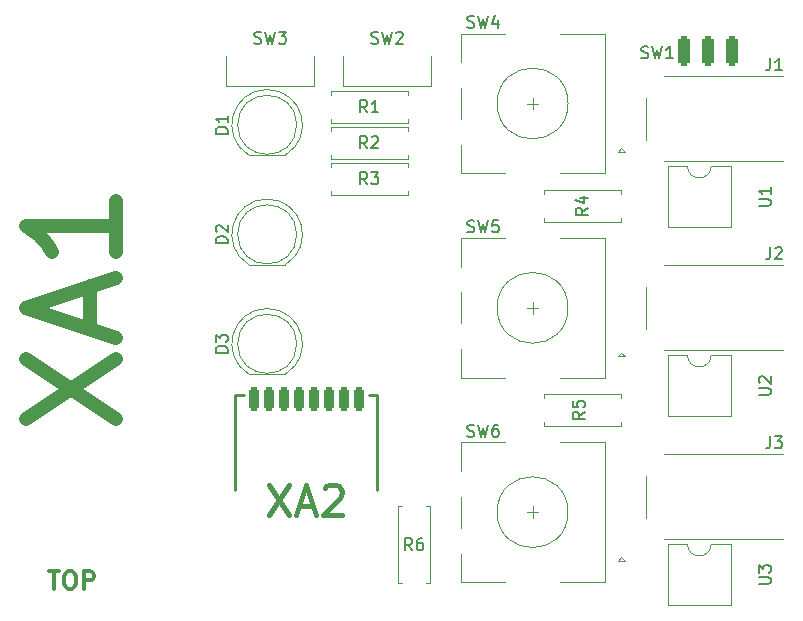
<source format=gto>
G04 #@! TF.GenerationSoftware,KiCad,Pcbnew,(6.0.7)*
G04 #@! TF.CreationDate,2023-02-19T14:25:41-04:00*
G04 #@! TF.ProjectId,Twitch Switch Base,54776974-6368-4205-9377-697463682042,rev?*
G04 #@! TF.SameCoordinates,Original*
G04 #@! TF.FileFunction,Legend,Top*
G04 #@! TF.FilePolarity,Positive*
%FSLAX46Y46*%
G04 Gerber Fmt 4.6, Leading zero omitted, Abs format (unit mm)*
G04 Created by KiCad (PCBNEW (6.0.7)) date 2023-02-19 14:25:41*
%MOMM*%
%LPD*%
G01*
G04 APERTURE LIST*
G04 Aperture macros list*
%AMRoundRect*
0 Rectangle with rounded corners*
0 $1 Rounding radius*
0 $2 $3 $4 $5 $6 $7 $8 $9 X,Y pos of 4 corners*
0 Add a 4 corners polygon primitive as box body*
4,1,4,$2,$3,$4,$5,$6,$7,$8,$9,$2,$3,0*
0 Add four circle primitives for the rounded corners*
1,1,$1+$1,$2,$3*
1,1,$1+$1,$4,$5*
1,1,$1+$1,$6,$7*
1,1,$1+$1,$8,$9*
0 Add four rect primitives between the rounded corners*
20,1,$1+$1,$2,$3,$4,$5,0*
20,1,$1+$1,$4,$5,$6,$7,0*
20,1,$1+$1,$6,$7,$8,$9,0*
20,1,$1+$1,$8,$9,$2,$3,0*%
G04 Aperture macros list end*
%ADD10C,0.300000*%
%ADD11C,0.150000*%
%ADD12C,0.381000*%
%ADD13C,1.143000*%
%ADD14C,0.120000*%
%ADD15C,0.254000*%
%ADD16R,2.000000X2.000000*%
%ADD17C,2.000000*%
%ADD18R,3.800000X2.800000*%
%ADD19C,1.600000*%
%ADD20O,1.600000X1.600000*%
%ADD21C,2.300000*%
%ADD22R,1.600000X1.600000*%
%ADD23RoundRect,0.250000X-0.250000X1.000000X-0.250000X-1.000000X0.250000X-1.000000X0.250000X1.000000X0*%
%ADD24R,1.800000X1.800000*%
%ADD25C,1.800000*%
%ADD26RoundRect,0.225000X0.225000X0.775000X-0.225000X0.775000X-0.225000X-0.775000X0.225000X-0.775000X0*%
%ADD27R,1.000000X1.000000*%
%ADD28O,2.000000X1.500000*%
%ADD29C,2.530000*%
%ADD30C,1.524000*%
%ADD31C,3.810000*%
G04 APERTURE END LIST*
D10*
X124781714Y-123892571D02*
X125638857Y-123892571D01*
X125210285Y-125392571D02*
X125210285Y-123892571D01*
X126424571Y-123892571D02*
X126710285Y-123892571D01*
X126853142Y-123964000D01*
X126996000Y-124106857D01*
X127067428Y-124392571D01*
X127067428Y-124892571D01*
X126996000Y-125178285D01*
X126853142Y-125321142D01*
X126710285Y-125392571D01*
X126424571Y-125392571D01*
X126281714Y-125321142D01*
X126138857Y-125178285D01*
X126067428Y-124892571D01*
X126067428Y-124392571D01*
X126138857Y-124106857D01*
X126281714Y-123964000D01*
X126424571Y-123892571D01*
X127710285Y-125392571D02*
X127710285Y-123892571D01*
X128281714Y-123892571D01*
X128424571Y-123964000D01*
X128496000Y-124035428D01*
X128567428Y-124178285D01*
X128567428Y-124392571D01*
X128496000Y-124535428D01*
X128424571Y-124606857D01*
X128281714Y-124678285D01*
X127710285Y-124678285D01*
D11*
X160210666Y-77828761D02*
X160353523Y-77876380D01*
X160591619Y-77876380D01*
X160686857Y-77828761D01*
X160734476Y-77781142D01*
X160782095Y-77685904D01*
X160782095Y-77590666D01*
X160734476Y-77495428D01*
X160686857Y-77447809D01*
X160591619Y-77400190D01*
X160401142Y-77352571D01*
X160305904Y-77304952D01*
X160258285Y-77257333D01*
X160210666Y-77162095D01*
X160210666Y-77066857D01*
X160258285Y-76971619D01*
X160305904Y-76924000D01*
X160401142Y-76876380D01*
X160639238Y-76876380D01*
X160782095Y-76924000D01*
X161115428Y-76876380D02*
X161353523Y-77876380D01*
X161544000Y-77162095D01*
X161734476Y-77876380D01*
X161972571Y-76876380D01*
X162782095Y-77209714D02*
X162782095Y-77876380D01*
X162544000Y-76828761D02*
X162305904Y-77543047D01*
X162924952Y-77543047D01*
X170124380Y-110402666D02*
X169648190Y-110736000D01*
X170124380Y-110974095D02*
X169124380Y-110974095D01*
X169124380Y-110593142D01*
X169172000Y-110497904D01*
X169219619Y-110450285D01*
X169314857Y-110402666D01*
X169457714Y-110402666D01*
X169552952Y-110450285D01*
X169600571Y-110497904D01*
X169648190Y-110593142D01*
X169648190Y-110974095D01*
X169124380Y-109497904D02*
X169124380Y-109974095D01*
X169600571Y-110021714D01*
X169552952Y-109974095D01*
X169505333Y-109878857D01*
X169505333Y-109640761D01*
X169552952Y-109545523D01*
X169600571Y-109497904D01*
X169695809Y-109450285D01*
X169933904Y-109450285D01*
X170029142Y-109497904D01*
X170076761Y-109545523D01*
X170124380Y-109640761D01*
X170124380Y-109878857D01*
X170076761Y-109974095D01*
X170029142Y-110021714D01*
X152082666Y-79184761D02*
X152225523Y-79232380D01*
X152463619Y-79232380D01*
X152558857Y-79184761D01*
X152606476Y-79137142D01*
X152654095Y-79041904D01*
X152654095Y-78946666D01*
X152606476Y-78851428D01*
X152558857Y-78803809D01*
X152463619Y-78756190D01*
X152273142Y-78708571D01*
X152177904Y-78660952D01*
X152130285Y-78613333D01*
X152082666Y-78518095D01*
X152082666Y-78422857D01*
X152130285Y-78327619D01*
X152177904Y-78280000D01*
X152273142Y-78232380D01*
X152511238Y-78232380D01*
X152654095Y-78280000D01*
X152987428Y-78232380D02*
X153225523Y-79232380D01*
X153416000Y-78518095D01*
X153606476Y-79232380D01*
X153844571Y-78232380D01*
X154177904Y-78327619D02*
X154225523Y-78280000D01*
X154320761Y-78232380D01*
X154558857Y-78232380D01*
X154654095Y-78280000D01*
X154701714Y-78327619D01*
X154749333Y-78422857D01*
X154749333Y-78518095D01*
X154701714Y-78660952D01*
X154130285Y-79232380D01*
X154749333Y-79232380D01*
X184872380Y-124962904D02*
X185681904Y-124962904D01*
X185777142Y-124915285D01*
X185824761Y-124867666D01*
X185872380Y-124772428D01*
X185872380Y-124581952D01*
X185824761Y-124486714D01*
X185777142Y-124439095D01*
X185681904Y-124391476D01*
X184872380Y-124391476D01*
X184872380Y-124010523D02*
X184872380Y-123391476D01*
X185253333Y-123724809D01*
X185253333Y-123581952D01*
X185300952Y-123486714D01*
X185348571Y-123439095D01*
X185443809Y-123391476D01*
X185681904Y-123391476D01*
X185777142Y-123439095D01*
X185824761Y-123486714D01*
X185872380Y-123581952D01*
X185872380Y-123867666D01*
X185824761Y-123962904D01*
X185777142Y-124010523D01*
X174942666Y-80414761D02*
X175085523Y-80462380D01*
X175323619Y-80462380D01*
X175418857Y-80414761D01*
X175466476Y-80367142D01*
X175514095Y-80271904D01*
X175514095Y-80176666D01*
X175466476Y-80081428D01*
X175418857Y-80033809D01*
X175323619Y-79986190D01*
X175133142Y-79938571D01*
X175037904Y-79890952D01*
X174990285Y-79843333D01*
X174942666Y-79748095D01*
X174942666Y-79652857D01*
X174990285Y-79557619D01*
X175037904Y-79510000D01*
X175133142Y-79462380D01*
X175371238Y-79462380D01*
X175514095Y-79510000D01*
X175847428Y-79462380D02*
X176085523Y-80462380D01*
X176276000Y-79748095D01*
X176466476Y-80462380D01*
X176704571Y-79462380D01*
X177609333Y-80462380D02*
X177037904Y-80462380D01*
X177323619Y-80462380D02*
X177323619Y-79462380D01*
X177228380Y-79605238D01*
X177133142Y-79700476D01*
X177037904Y-79748095D01*
X139898380Y-86844095D02*
X138898380Y-86844095D01*
X138898380Y-86606000D01*
X138946000Y-86463142D01*
X139041238Y-86367904D01*
X139136476Y-86320285D01*
X139326952Y-86272666D01*
X139469809Y-86272666D01*
X139660285Y-86320285D01*
X139755523Y-86367904D01*
X139850761Y-86463142D01*
X139898380Y-86606000D01*
X139898380Y-86844095D01*
X139898380Y-85320285D02*
X139898380Y-85891714D01*
X139898380Y-85606000D02*
X138898380Y-85606000D01*
X139041238Y-85701238D01*
X139136476Y-85796476D01*
X139184095Y-85891714D01*
D12*
X143413238Y-116592047D02*
X145106571Y-119132047D01*
X145106571Y-116592047D02*
X143413238Y-119132047D01*
X145953238Y-118406333D02*
X147162761Y-118406333D01*
X145711333Y-119132047D02*
X146558000Y-116592047D01*
X147404666Y-119132047D01*
X148130380Y-116833952D02*
X148251333Y-116713000D01*
X148493238Y-116592047D01*
X149098000Y-116592047D01*
X149339904Y-116713000D01*
X149460857Y-116833952D01*
X149581809Y-117075857D01*
X149581809Y-117317761D01*
X149460857Y-117680619D01*
X148009428Y-119132047D01*
X149581809Y-119132047D01*
D11*
X185848666Y-112482380D02*
X185848666Y-113196666D01*
X185801047Y-113339523D01*
X185705809Y-113434761D01*
X185562952Y-113482380D01*
X185467714Y-113482380D01*
X186229619Y-112482380D02*
X186848666Y-112482380D01*
X186515333Y-112863333D01*
X186658190Y-112863333D01*
X186753428Y-112910952D01*
X186801047Y-112958571D01*
X186848666Y-113053809D01*
X186848666Y-113291904D01*
X186801047Y-113387142D01*
X186753428Y-113434761D01*
X186658190Y-113482380D01*
X186372476Y-113482380D01*
X186277238Y-113434761D01*
X186229619Y-113387142D01*
X139898380Y-105386095D02*
X138898380Y-105386095D01*
X138898380Y-105148000D01*
X138946000Y-105005142D01*
X139041238Y-104909904D01*
X139136476Y-104862285D01*
X139326952Y-104814666D01*
X139469809Y-104814666D01*
X139660285Y-104862285D01*
X139755523Y-104909904D01*
X139850761Y-105005142D01*
X139898380Y-105148000D01*
X139898380Y-105386095D01*
X138898380Y-104481333D02*
X138898380Y-103862285D01*
X139279333Y-104195619D01*
X139279333Y-104052761D01*
X139326952Y-103957523D01*
X139374571Y-103909904D01*
X139469809Y-103862285D01*
X139707904Y-103862285D01*
X139803142Y-103909904D01*
X139850761Y-103957523D01*
X139898380Y-104052761D01*
X139898380Y-104338476D01*
X139850761Y-104433714D01*
X139803142Y-104481333D01*
X185848666Y-80478380D02*
X185848666Y-81192666D01*
X185801047Y-81335523D01*
X185705809Y-81430761D01*
X185562952Y-81478380D01*
X185467714Y-81478380D01*
X186848666Y-81478380D02*
X186277238Y-81478380D01*
X186562952Y-81478380D02*
X186562952Y-80478380D01*
X186467714Y-80621238D01*
X186372476Y-80716476D01*
X186277238Y-80764095D01*
X160210666Y-112464761D02*
X160353523Y-112512380D01*
X160591619Y-112512380D01*
X160686857Y-112464761D01*
X160734476Y-112417142D01*
X160782095Y-112321904D01*
X160782095Y-112226666D01*
X160734476Y-112131428D01*
X160686857Y-112083809D01*
X160591619Y-112036190D01*
X160401142Y-111988571D01*
X160305904Y-111940952D01*
X160258285Y-111893333D01*
X160210666Y-111798095D01*
X160210666Y-111702857D01*
X160258285Y-111607619D01*
X160305904Y-111560000D01*
X160401142Y-111512380D01*
X160639238Y-111512380D01*
X160782095Y-111560000D01*
X161115428Y-111512380D02*
X161353523Y-112512380D01*
X161544000Y-111798095D01*
X161734476Y-112512380D01*
X161972571Y-111512380D01*
X162782095Y-111512380D02*
X162591619Y-111512380D01*
X162496380Y-111560000D01*
X162448761Y-111607619D01*
X162353523Y-111750476D01*
X162305904Y-111940952D01*
X162305904Y-112321904D01*
X162353523Y-112417142D01*
X162401142Y-112464761D01*
X162496380Y-112512380D01*
X162686857Y-112512380D01*
X162782095Y-112464761D01*
X162829714Y-112417142D01*
X162877333Y-112321904D01*
X162877333Y-112083809D01*
X162829714Y-111988571D01*
X162782095Y-111940952D01*
X162686857Y-111893333D01*
X162496380Y-111893333D01*
X162401142Y-111940952D01*
X162353523Y-111988571D01*
X162305904Y-112083809D01*
X139898380Y-96115095D02*
X138898380Y-96115095D01*
X138898380Y-95877000D01*
X138946000Y-95734142D01*
X139041238Y-95638904D01*
X139136476Y-95591285D01*
X139326952Y-95543666D01*
X139469809Y-95543666D01*
X139660285Y-95591285D01*
X139755523Y-95638904D01*
X139850761Y-95734142D01*
X139898380Y-95877000D01*
X139898380Y-96115095D01*
X138993619Y-95162714D02*
X138946000Y-95115095D01*
X138898380Y-95019857D01*
X138898380Y-94781761D01*
X138946000Y-94686523D01*
X138993619Y-94638904D01*
X139088857Y-94591285D01*
X139184095Y-94591285D01*
X139326952Y-94638904D01*
X139898380Y-95210333D01*
X139898380Y-94591285D01*
X151725333Y-85034380D02*
X151392000Y-84558190D01*
X151153904Y-85034380D02*
X151153904Y-84034380D01*
X151534857Y-84034380D01*
X151630095Y-84082000D01*
X151677714Y-84129619D01*
X151725333Y-84224857D01*
X151725333Y-84367714D01*
X151677714Y-84462952D01*
X151630095Y-84510571D01*
X151534857Y-84558190D01*
X151153904Y-84558190D01*
X152677714Y-85034380D02*
X152106285Y-85034380D01*
X152392000Y-85034380D02*
X152392000Y-84034380D01*
X152296761Y-84177238D01*
X152201523Y-84272476D01*
X152106285Y-84320095D01*
X151725333Y-91130380D02*
X151392000Y-90654190D01*
X151153904Y-91130380D02*
X151153904Y-90130380D01*
X151534857Y-90130380D01*
X151630095Y-90178000D01*
X151677714Y-90225619D01*
X151725333Y-90320857D01*
X151725333Y-90463714D01*
X151677714Y-90558952D01*
X151630095Y-90606571D01*
X151534857Y-90654190D01*
X151153904Y-90654190D01*
X152058666Y-90130380D02*
X152677714Y-90130380D01*
X152344380Y-90511333D01*
X152487238Y-90511333D01*
X152582476Y-90558952D01*
X152630095Y-90606571D01*
X152677714Y-90701809D01*
X152677714Y-90939904D01*
X152630095Y-91035142D01*
X152582476Y-91082761D01*
X152487238Y-91130380D01*
X152201523Y-91130380D01*
X152106285Y-91082761D01*
X152058666Y-91035142D01*
X185848666Y-96480380D02*
X185848666Y-97194666D01*
X185801047Y-97337523D01*
X185705809Y-97432761D01*
X185562952Y-97480380D01*
X185467714Y-97480380D01*
X186277238Y-96575619D02*
X186324857Y-96528000D01*
X186420095Y-96480380D01*
X186658190Y-96480380D01*
X186753428Y-96528000D01*
X186801047Y-96575619D01*
X186848666Y-96670857D01*
X186848666Y-96766095D01*
X186801047Y-96908952D01*
X186229619Y-97480380D01*
X186848666Y-97480380D01*
X142176666Y-79184761D02*
X142319523Y-79232380D01*
X142557619Y-79232380D01*
X142652857Y-79184761D01*
X142700476Y-79137142D01*
X142748095Y-79041904D01*
X142748095Y-78946666D01*
X142700476Y-78851428D01*
X142652857Y-78803809D01*
X142557619Y-78756190D01*
X142367142Y-78708571D01*
X142271904Y-78660952D01*
X142224285Y-78613333D01*
X142176666Y-78518095D01*
X142176666Y-78422857D01*
X142224285Y-78327619D01*
X142271904Y-78280000D01*
X142367142Y-78232380D01*
X142605238Y-78232380D01*
X142748095Y-78280000D01*
X143081428Y-78232380D02*
X143319523Y-79232380D01*
X143510000Y-78518095D01*
X143700476Y-79232380D01*
X143938571Y-78232380D01*
X144224285Y-78232380D02*
X144843333Y-78232380D01*
X144510000Y-78613333D01*
X144652857Y-78613333D01*
X144748095Y-78660952D01*
X144795714Y-78708571D01*
X144843333Y-78803809D01*
X144843333Y-79041904D01*
X144795714Y-79137142D01*
X144748095Y-79184761D01*
X144652857Y-79232380D01*
X144367142Y-79232380D01*
X144271904Y-79184761D01*
X144224285Y-79137142D01*
X184872380Y-108965904D02*
X185681904Y-108965904D01*
X185777142Y-108918285D01*
X185824761Y-108870666D01*
X185872380Y-108775428D01*
X185872380Y-108584952D01*
X185824761Y-108489714D01*
X185777142Y-108442095D01*
X185681904Y-108394476D01*
X184872380Y-108394476D01*
X184967619Y-107965904D02*
X184920000Y-107918285D01*
X184872380Y-107823047D01*
X184872380Y-107584952D01*
X184920000Y-107489714D01*
X184967619Y-107442095D01*
X185062857Y-107394476D01*
X185158095Y-107394476D01*
X185300952Y-107442095D01*
X185872380Y-108013523D01*
X185872380Y-107394476D01*
X155535333Y-122118380D02*
X155202000Y-121642190D01*
X154963904Y-122118380D02*
X154963904Y-121118380D01*
X155344857Y-121118380D01*
X155440095Y-121166000D01*
X155487714Y-121213619D01*
X155535333Y-121308857D01*
X155535333Y-121451714D01*
X155487714Y-121546952D01*
X155440095Y-121594571D01*
X155344857Y-121642190D01*
X154963904Y-121642190D01*
X156392476Y-121118380D02*
X156202000Y-121118380D01*
X156106761Y-121166000D01*
X156059142Y-121213619D01*
X155963904Y-121356476D01*
X155916285Y-121546952D01*
X155916285Y-121927904D01*
X155963904Y-122023142D01*
X156011523Y-122070761D01*
X156106761Y-122118380D01*
X156297238Y-122118380D01*
X156392476Y-122070761D01*
X156440095Y-122023142D01*
X156487714Y-121927904D01*
X156487714Y-121689809D01*
X156440095Y-121594571D01*
X156392476Y-121546952D01*
X156297238Y-121499333D01*
X156106761Y-121499333D01*
X156011523Y-121546952D01*
X155963904Y-121594571D01*
X155916285Y-121689809D01*
X151725333Y-88082380D02*
X151392000Y-87606190D01*
X151153904Y-88082380D02*
X151153904Y-87082380D01*
X151534857Y-87082380D01*
X151630095Y-87130000D01*
X151677714Y-87177619D01*
X151725333Y-87272857D01*
X151725333Y-87415714D01*
X151677714Y-87510952D01*
X151630095Y-87558571D01*
X151534857Y-87606190D01*
X151153904Y-87606190D01*
X152106285Y-87177619D02*
X152153904Y-87130000D01*
X152249142Y-87082380D01*
X152487238Y-87082380D01*
X152582476Y-87130000D01*
X152630095Y-87177619D01*
X152677714Y-87272857D01*
X152677714Y-87368095D01*
X152630095Y-87510952D01*
X152058666Y-88082380D01*
X152677714Y-88082380D01*
D13*
X122827142Y-111034285D02*
X130447142Y-105954285D01*
X122827142Y-105954285D02*
X130447142Y-111034285D01*
X128270000Y-103414285D02*
X128270000Y-99785714D01*
X130447142Y-104140000D02*
X122827142Y-101600000D01*
X130447142Y-99060000D01*
X130447142Y-92528571D02*
X130447142Y-96882857D01*
X130447142Y-94705714D02*
X122827142Y-94705714D01*
X123915714Y-95431428D01*
X124641428Y-96157142D01*
X125004285Y-96882857D01*
D11*
X170378380Y-93130666D02*
X169902190Y-93464000D01*
X170378380Y-93702095D02*
X169378380Y-93702095D01*
X169378380Y-93321142D01*
X169426000Y-93225904D01*
X169473619Y-93178285D01*
X169568857Y-93130666D01*
X169711714Y-93130666D01*
X169806952Y-93178285D01*
X169854571Y-93225904D01*
X169902190Y-93321142D01*
X169902190Y-93702095D01*
X169711714Y-92273523D02*
X170378380Y-92273523D01*
X169330761Y-92511619D02*
X170045047Y-92749714D01*
X170045047Y-92130666D01*
X160210666Y-95146761D02*
X160353523Y-95194380D01*
X160591619Y-95194380D01*
X160686857Y-95146761D01*
X160734476Y-95099142D01*
X160782095Y-95003904D01*
X160782095Y-94908666D01*
X160734476Y-94813428D01*
X160686857Y-94765809D01*
X160591619Y-94718190D01*
X160401142Y-94670571D01*
X160305904Y-94622952D01*
X160258285Y-94575333D01*
X160210666Y-94480095D01*
X160210666Y-94384857D01*
X160258285Y-94289619D01*
X160305904Y-94242000D01*
X160401142Y-94194380D01*
X160639238Y-94194380D01*
X160782095Y-94242000D01*
X161115428Y-94194380D02*
X161353523Y-95194380D01*
X161544000Y-94480095D01*
X161734476Y-95194380D01*
X161972571Y-94194380D01*
X162829714Y-94194380D02*
X162353523Y-94194380D01*
X162305904Y-94670571D01*
X162353523Y-94622952D01*
X162448761Y-94575333D01*
X162686857Y-94575333D01*
X162782095Y-94622952D01*
X162829714Y-94670571D01*
X162877333Y-94765809D01*
X162877333Y-95003904D01*
X162829714Y-95099142D01*
X162782095Y-95146761D01*
X162686857Y-95194380D01*
X162448761Y-95194380D01*
X162353523Y-95146761D01*
X162305904Y-95099142D01*
X184872380Y-92963904D02*
X185681904Y-92963904D01*
X185777142Y-92916285D01*
X185824761Y-92868666D01*
X185872380Y-92773428D01*
X185872380Y-92582952D01*
X185824761Y-92487714D01*
X185777142Y-92440095D01*
X185681904Y-92392476D01*
X184872380Y-92392476D01*
X185872380Y-91392476D02*
X185872380Y-91963904D01*
X185872380Y-91678190D02*
X184872380Y-91678190D01*
X185015238Y-91773428D01*
X185110476Y-91868666D01*
X185158095Y-91963904D01*
D14*
X168028000Y-78400000D02*
X171828000Y-78400000D01*
X159628000Y-78400000D02*
X163428000Y-78400000D01*
X173528000Y-88400000D02*
X172928000Y-88400000D01*
X159628000Y-85600000D02*
X159628000Y-83000000D01*
X159628000Y-90200000D02*
X159628000Y-87800000D01*
X173228000Y-88100000D02*
X173528000Y-88400000D01*
X165728000Y-84800000D02*
X165728000Y-83800000D01*
X171828000Y-90200000D02*
X171828000Y-78400000D01*
X163428000Y-90200000D02*
X159628000Y-90200000D01*
X168028000Y-90200000D02*
X171828000Y-90200000D01*
X166228000Y-84300000D02*
X165228000Y-84300000D01*
X159628000Y-80800000D02*
X159628000Y-78400000D01*
X172928000Y-88400000D02*
X173228000Y-88100000D01*
X168728000Y-84300000D02*
G75*
G03*
X168728000Y-84300000I-3000000J0D01*
G01*
X166656000Y-111276000D02*
X166656000Y-111606000D01*
X173196000Y-111606000D02*
X173196000Y-111276000D01*
X166656000Y-111606000D02*
X173196000Y-111606000D01*
X166656000Y-108866000D02*
X173196000Y-108866000D01*
X166656000Y-109196000D02*
X166656000Y-108866000D01*
X173196000Y-108866000D02*
X173196000Y-109196000D01*
X149716000Y-80280000D02*
X149716000Y-82780000D01*
X149716000Y-82780000D02*
X157116000Y-82780000D01*
X157116000Y-82780000D02*
X157116000Y-80280000D01*
X177192000Y-121601000D02*
X177192000Y-126801000D01*
X177192000Y-126801000D02*
X182492000Y-126801000D01*
X178842000Y-121601000D02*
X177192000Y-121601000D01*
X182492000Y-121601000D02*
X180842000Y-121601000D01*
X182492000Y-126801000D02*
X182492000Y-121601000D01*
X178842000Y-121601000D02*
G75*
G03*
X180842000Y-121601000I1000000J0D01*
G01*
X141711000Y-88666000D02*
X144801000Y-88666000D01*
X143256462Y-83116000D02*
G75*
G03*
X141711170Y-88666000I-462J-2990000D01*
G01*
X144800830Y-88666000D02*
G75*
G03*
X143255538Y-83116000I-1544830J2560000D01*
G01*
X145756000Y-86106000D02*
G75*
G03*
X145756000Y-86106000I-2500000J0D01*
G01*
D15*
X151858000Y-108983000D02*
X152558000Y-108983000D01*
X140558000Y-116983000D02*
X140558000Y-108983000D01*
X140558000Y-108983000D02*
X141258000Y-108983000D01*
X152558000Y-116983000D02*
X152558000Y-108983000D01*
D14*
X175352000Y-119402000D02*
X175352000Y-115802000D01*
X176852000Y-114002000D02*
X186952000Y-114002000D01*
X186952000Y-121202000D02*
X176852000Y-121202000D01*
X141711000Y-107208000D02*
X144801000Y-107208000D01*
X143256462Y-101658000D02*
G75*
G03*
X141711170Y-107208000I-462J-2990000D01*
G01*
X144800830Y-107208000D02*
G75*
G03*
X143255538Y-101658000I-1544830J2560000D01*
G01*
X145756000Y-104648000D02*
G75*
G03*
X145756000Y-104648000I-2500000J0D01*
G01*
X176852000Y-81998000D02*
X186952000Y-81998000D01*
X186952000Y-89198000D02*
X176852000Y-89198000D01*
X175352000Y-87398000D02*
X175352000Y-83798000D01*
X173528000Y-123000000D02*
X172928000Y-123000000D01*
X165728000Y-119400000D02*
X165728000Y-118400000D01*
X166228000Y-118900000D02*
X165228000Y-118900000D01*
X159628000Y-113000000D02*
X163428000Y-113000000D01*
X159628000Y-120200000D02*
X159628000Y-117600000D01*
X173228000Y-122700000D02*
X173528000Y-123000000D01*
X168028000Y-124800000D02*
X171828000Y-124800000D01*
X168028000Y-113000000D02*
X171828000Y-113000000D01*
X171828000Y-124800000D02*
X171828000Y-113000000D01*
X159628000Y-124800000D02*
X159628000Y-122400000D01*
X163428000Y-124800000D02*
X159628000Y-124800000D01*
X159628000Y-115400000D02*
X159628000Y-113000000D01*
X172928000Y-123000000D02*
X173228000Y-122700000D01*
X168728000Y-118900000D02*
G75*
G03*
X168728000Y-118900000I-3000000J0D01*
G01*
X141711000Y-97937000D02*
X144801000Y-97937000D01*
X143256462Y-92387000D02*
G75*
G03*
X141711170Y-97937000I-462J-2990000D01*
G01*
X144800830Y-97937000D02*
G75*
G03*
X143255538Y-92387000I-1544830J2560000D01*
G01*
X145756000Y-95377000D02*
G75*
G03*
X145756000Y-95377000I-2500000J0D01*
G01*
X148622000Y-83212000D02*
X148622000Y-83542000D01*
X148622000Y-85952000D02*
X148622000Y-85622000D01*
X155162000Y-83212000D02*
X148622000Y-83212000D01*
X155162000Y-85622000D02*
X155162000Y-85952000D01*
X155162000Y-85952000D02*
X148622000Y-85952000D01*
X155162000Y-83542000D02*
X155162000Y-83212000D01*
X155162000Y-89638000D02*
X155162000Y-89308000D01*
X155162000Y-91718000D02*
X155162000Y-92048000D01*
X148622000Y-89308000D02*
X148622000Y-89638000D01*
X155162000Y-92048000D02*
X148622000Y-92048000D01*
X155162000Y-89308000D02*
X148622000Y-89308000D01*
X148622000Y-92048000D02*
X148622000Y-91718000D01*
X176852000Y-98000000D02*
X186952000Y-98000000D01*
X186952000Y-105200000D02*
X176852000Y-105200000D01*
X175352000Y-103400000D02*
X175352000Y-99800000D01*
X139810000Y-80280000D02*
X139810000Y-82780000D01*
X139810000Y-82780000D02*
X147210000Y-82780000D01*
X147210000Y-82780000D02*
X147210000Y-80280000D01*
X177192000Y-105599000D02*
X177192000Y-110799000D01*
X178842000Y-105599000D02*
X177192000Y-105599000D01*
X177192000Y-110799000D02*
X182492000Y-110799000D01*
X182492000Y-105599000D02*
X180842000Y-105599000D01*
X182492000Y-110799000D02*
X182492000Y-105599000D01*
X178842000Y-105599000D02*
G75*
G03*
X180842000Y-105599000I1000000J0D01*
G01*
X154332000Y-118396000D02*
X154332000Y-124936000D01*
X157072000Y-118396000D02*
X157072000Y-124936000D01*
X154662000Y-118396000D02*
X154332000Y-118396000D01*
X154332000Y-124936000D02*
X154662000Y-124936000D01*
X156742000Y-118396000D02*
X157072000Y-118396000D01*
X157072000Y-124936000D02*
X156742000Y-124936000D01*
X155162000Y-86260000D02*
X148622000Y-86260000D01*
X155162000Y-89000000D02*
X148622000Y-89000000D01*
X155162000Y-86590000D02*
X155162000Y-86260000D01*
X155162000Y-88670000D02*
X155162000Y-89000000D01*
X148622000Y-86260000D02*
X148622000Y-86590000D01*
X148622000Y-89000000D02*
X148622000Y-88670000D01*
X166656000Y-94334000D02*
X173196000Y-94334000D01*
X166656000Y-94004000D02*
X166656000Y-94334000D01*
X173196000Y-91594000D02*
X173196000Y-91924000D01*
X166656000Y-91594000D02*
X173196000Y-91594000D01*
X173196000Y-94334000D02*
X173196000Y-94004000D01*
X166656000Y-91924000D02*
X166656000Y-91594000D01*
X173528000Y-105700000D02*
X172928000Y-105700000D01*
X166228000Y-101600000D02*
X165228000Y-101600000D01*
X159628000Y-102900000D02*
X159628000Y-100300000D01*
X173228000Y-105400000D02*
X173528000Y-105700000D01*
X163428000Y-107500000D02*
X159628000Y-107500000D01*
X165728000Y-102100000D02*
X165728000Y-101100000D01*
X168028000Y-107500000D02*
X171828000Y-107500000D01*
X171828000Y-107500000D02*
X171828000Y-95700000D01*
X172928000Y-105700000D02*
X173228000Y-105400000D01*
X159628000Y-107500000D02*
X159628000Y-105100000D01*
X159628000Y-98100000D02*
X159628000Y-95700000D01*
X159628000Y-95700000D02*
X163428000Y-95700000D01*
X168028000Y-95700000D02*
X171828000Y-95700000D01*
X168728000Y-101600000D02*
G75*
G03*
X168728000Y-101600000I-3000000J0D01*
G01*
X182492000Y-89597000D02*
X180842000Y-89597000D01*
X177192000Y-94797000D02*
X182492000Y-94797000D01*
X182492000Y-94797000D02*
X182492000Y-89597000D01*
X178842000Y-89597000D02*
X177192000Y-89597000D01*
X177192000Y-89597000D02*
X177192000Y-94797000D01*
X178842000Y-89597000D02*
G75*
G03*
X180842000Y-89597000I1000000J0D01*
G01*
%LPC*%
D16*
X173228000Y-86800000D03*
D17*
X173228000Y-81800000D03*
X173228000Y-84300000D03*
D18*
X165728000Y-78700000D03*
X165728000Y-89900000D03*
D17*
X158728000Y-81800000D03*
X158728000Y-86800000D03*
D19*
X166116000Y-110236000D03*
D20*
X173736000Y-110236000D03*
D17*
X151166000Y-81280000D03*
X155666000Y-81280000D03*
D21*
X156916000Y-78780000D03*
X149916000Y-78780000D03*
D22*
X176032000Y-122931000D03*
D20*
X176032000Y-125471000D03*
X183652000Y-125471000D03*
X183652000Y-122931000D03*
D23*
X182578000Y-79820000D03*
X178578000Y-79820000D03*
X180578000Y-79820000D03*
D24*
X143256000Y-87376000D03*
D25*
X143256000Y-84836000D03*
D26*
X151003000Y-109347000D03*
X149733000Y-109347000D03*
X148463000Y-109347000D03*
X147193000Y-109347000D03*
X145923000Y-109347000D03*
X144653000Y-109347000D03*
X143383000Y-109347000D03*
X142113000Y-109347000D03*
D27*
X141058000Y-120483000D03*
D28*
X175952000Y-120352000D03*
X181252000Y-116102000D03*
X175952000Y-114852000D03*
D24*
X143256000Y-105918000D03*
D25*
X143256000Y-103378000D03*
D28*
X175952000Y-88348000D03*
X181252000Y-84098000D03*
X175952000Y-82848000D03*
D16*
X173228000Y-121400000D03*
D17*
X173228000Y-116400000D03*
X173228000Y-118900000D03*
D18*
X165728000Y-124500000D03*
X165728000Y-113300000D03*
D17*
X158728000Y-116400000D03*
X158728000Y-121400000D03*
D24*
X143256000Y-96647000D03*
D25*
X143256000Y-94107000D03*
D19*
X155702000Y-84582000D03*
D20*
X148082000Y-84582000D03*
D19*
X155702000Y-90678000D03*
D20*
X148082000Y-90678000D03*
D28*
X175952000Y-104350000D03*
X181252000Y-100100000D03*
X175952000Y-98850000D03*
D17*
X141260000Y-81280000D03*
X145760000Y-81280000D03*
D21*
X147010000Y-78780000D03*
X140010000Y-78780000D03*
D22*
X176032000Y-106929000D03*
D20*
X176032000Y-109469000D03*
X183652000Y-109469000D03*
X183652000Y-106929000D03*
D19*
X155702000Y-117856000D03*
D20*
X155702000Y-125476000D03*
D19*
X155702000Y-87630000D03*
D20*
X148082000Y-87630000D03*
D29*
X118110000Y-78740000D03*
X135890000Y-78740000D03*
D30*
X137160000Y-120650000D03*
X137160000Y-118110000D03*
X137160000Y-115570000D03*
X137160000Y-113030000D03*
X137160000Y-110490000D03*
X137160000Y-107950000D03*
X137160000Y-105410000D03*
X137160000Y-102870000D03*
X137160000Y-100330000D03*
X137160000Y-97790000D03*
X137100000Y-95250000D03*
X137100000Y-92710000D03*
X137160000Y-90170000D03*
X137100000Y-87630000D03*
X137160000Y-85090000D03*
X137100000Y-82550000D03*
X116840000Y-82550000D03*
X116840000Y-85090000D03*
X116840000Y-87630000D03*
X116840000Y-90170000D03*
X116840000Y-92710000D03*
X116840000Y-95250000D03*
X116840000Y-97790000D03*
X116840000Y-100330000D03*
X116840000Y-102870000D03*
X116840000Y-105410000D03*
X116840000Y-107950000D03*
X116840000Y-110490000D03*
D31*
X118110000Y-124460000D03*
X135890000Y-124460000D03*
D19*
X166116000Y-92964000D03*
D20*
X173736000Y-92964000D03*
D16*
X173228000Y-104100000D03*
D17*
X173228000Y-99100000D03*
X173228000Y-101600000D03*
D18*
X165728000Y-96000000D03*
X165728000Y-107200000D03*
D17*
X158728000Y-99100000D03*
X158728000Y-104100000D03*
D22*
X176032000Y-90927000D03*
D20*
X176032000Y-93467000D03*
X183652000Y-93467000D03*
X183652000Y-90927000D03*
M02*

</source>
